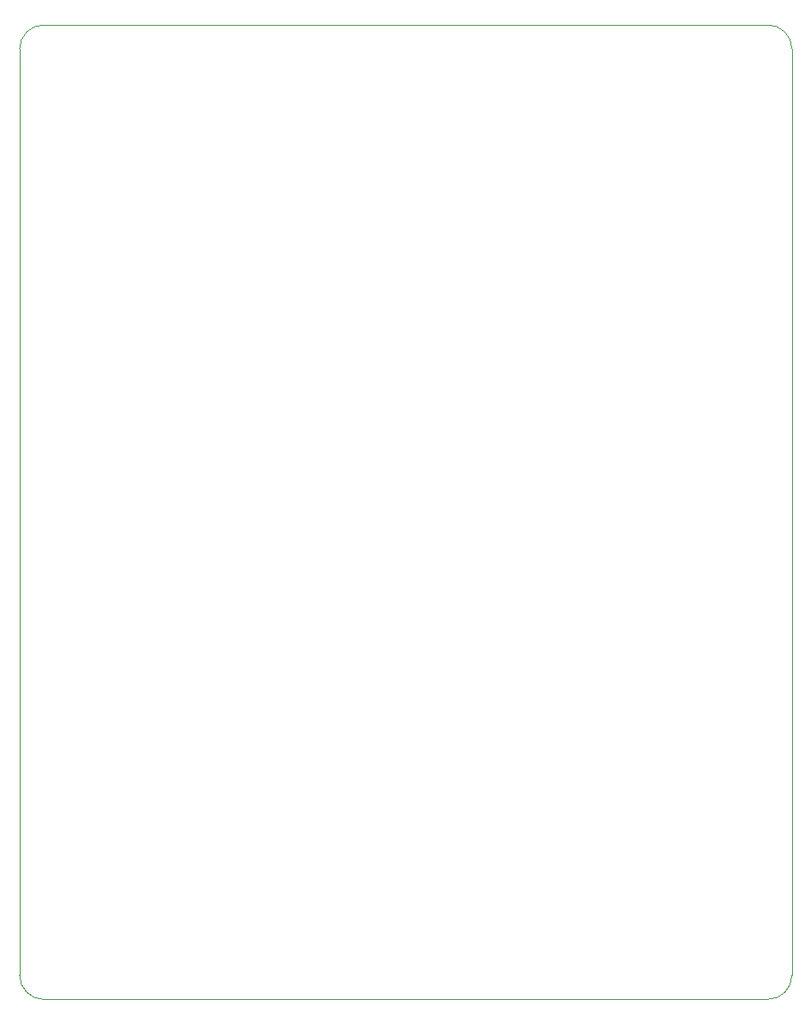
<source format=gm1>
%TF.GenerationSoftware,KiCad,Pcbnew,(5.1.6)-1*%
%TF.CreationDate,2020-11-13T18:30:54-06:00*%
%TF.ProjectId,macropad_4x5,6d616372-6f70-4616-945f-3478352e6b69,v1.3*%
%TF.SameCoordinates,Original*%
%TF.FileFunction,Profile,NP*%
%FSLAX46Y46*%
G04 Gerber Fmt 4.6, Leading zero omitted, Abs format (unit mm)*
G04 Created by KiCad (PCBNEW (5.1.6)-1) date 2020-11-13 18:30:54*
%MOMM*%
%LPD*%
G01*
G04 APERTURE LIST*
%TA.AperFunction,Profile*%
%ADD10C,0.050000*%
%TD*%
G04 APERTURE END LIST*
D10*
X38100000Y-115093750D02*
X38100000Y-115887500D01*
X114300000Y-115093750D02*
X114300000Y-115887500D01*
X40481250Y-118268750D02*
X111918750Y-118268750D01*
X40481250Y-118268750D02*
G75*
G02*
X38100000Y-115887500I0J2381250D01*
G01*
X114300000Y-115887500D02*
G75*
G02*
X111918750Y-118268750I-2381250J0D01*
G01*
X111918750Y-22225000D02*
X40481250Y-22225000D01*
X38100000Y-24606250D02*
G75*
G02*
X40481250Y-22225000I2381250J0D01*
G01*
X38100000Y-115093750D02*
X38100000Y-24606250D01*
X114300000Y-24606250D02*
X114300000Y-115093750D01*
X111918750Y-22225000D02*
G75*
G02*
X114300000Y-24606250I0J-2381250D01*
G01*
M02*

</source>
